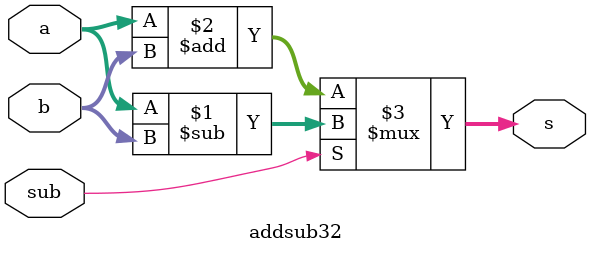
<source format=v>
module addsub32(a, b, sub, s);
    input [31:0] a, b;
    input sub;
    output [31:0] s;

    assign s = sub ? a - b : a + b;
endmodule

</source>
